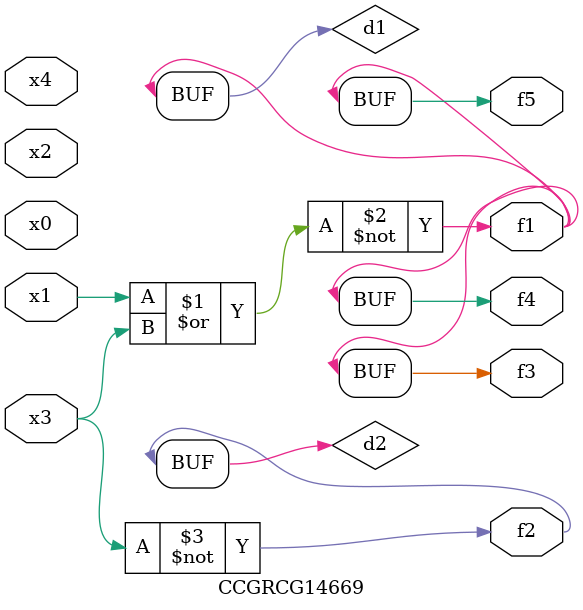
<source format=v>
module CCGRCG14669(
	input x0, x1, x2, x3, x4,
	output f1, f2, f3, f4, f5
);

	wire d1, d2;

	nor (d1, x1, x3);
	not (d2, x3);
	assign f1 = d1;
	assign f2 = d2;
	assign f3 = d1;
	assign f4 = d1;
	assign f5 = d1;
endmodule

</source>
